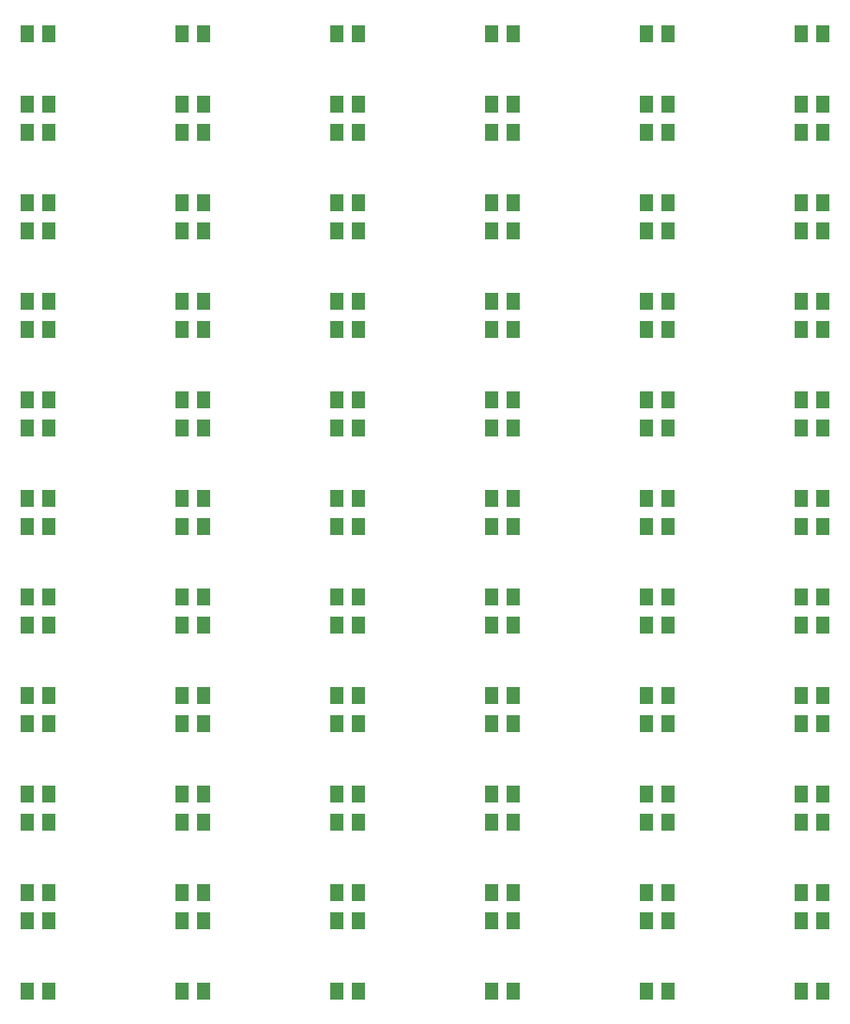
<source format=gbr>
%FSLAX34Y34*%
%MOMM*%
%LNSMDMASK_TOP*%
G71*
G01*
%ADD10R, 1.300X1.600*%
%LPD*%
X126950Y981075D02*
G54D10*
D03*
X107950Y981075D02*
G54D10*
D03*
X126950Y917575D02*
G54D10*
D03*
X107950Y917575D02*
G54D10*
D03*
X266650Y981075D02*
G54D10*
D03*
X247650Y981075D02*
G54D10*
D03*
X266650Y917575D02*
G54D10*
D03*
X247650Y917575D02*
G54D10*
D03*
X406350Y981075D02*
G54D10*
D03*
X387350Y981075D02*
G54D10*
D03*
X406350Y917575D02*
G54D10*
D03*
X387350Y917575D02*
G54D10*
D03*
X546050Y981075D02*
G54D10*
D03*
X527050Y981075D02*
G54D10*
D03*
X546050Y917575D02*
G54D10*
D03*
X527050Y917575D02*
G54D10*
D03*
X685750Y981075D02*
G54D10*
D03*
X666750Y981075D02*
G54D10*
D03*
X685750Y917575D02*
G54D10*
D03*
X666750Y917575D02*
G54D10*
D03*
X825450Y981075D02*
G54D10*
D03*
X806450Y981075D02*
G54D10*
D03*
X825450Y917575D02*
G54D10*
D03*
X806450Y917575D02*
G54D10*
D03*
X126950Y892175D02*
G54D10*
D03*
X107950Y892175D02*
G54D10*
D03*
X126950Y828675D02*
G54D10*
D03*
X107950Y828675D02*
G54D10*
D03*
X266650Y892175D02*
G54D10*
D03*
X247650Y892175D02*
G54D10*
D03*
X266650Y828675D02*
G54D10*
D03*
X247650Y828675D02*
G54D10*
D03*
X406350Y892175D02*
G54D10*
D03*
X387350Y892175D02*
G54D10*
D03*
X406350Y828675D02*
G54D10*
D03*
X387350Y828675D02*
G54D10*
D03*
X546050Y892175D02*
G54D10*
D03*
X527050Y892175D02*
G54D10*
D03*
X546050Y828675D02*
G54D10*
D03*
X527050Y828675D02*
G54D10*
D03*
X685750Y892175D02*
G54D10*
D03*
X666750Y892175D02*
G54D10*
D03*
X685750Y828675D02*
G54D10*
D03*
X666750Y828675D02*
G54D10*
D03*
X825450Y892175D02*
G54D10*
D03*
X806450Y892175D02*
G54D10*
D03*
X825450Y828675D02*
G54D10*
D03*
X806450Y828675D02*
G54D10*
D03*
X126950Y803275D02*
G54D10*
D03*
X107950Y803275D02*
G54D10*
D03*
X126950Y739775D02*
G54D10*
D03*
X107950Y739775D02*
G54D10*
D03*
X266650Y803275D02*
G54D10*
D03*
X247650Y803275D02*
G54D10*
D03*
X266650Y739775D02*
G54D10*
D03*
X247650Y739775D02*
G54D10*
D03*
X406350Y803275D02*
G54D10*
D03*
X387350Y803275D02*
G54D10*
D03*
X406350Y739775D02*
G54D10*
D03*
X387350Y739775D02*
G54D10*
D03*
X546050Y803275D02*
G54D10*
D03*
X527050Y803275D02*
G54D10*
D03*
X546050Y739775D02*
G54D10*
D03*
X527050Y739775D02*
G54D10*
D03*
X685750Y803275D02*
G54D10*
D03*
X666750Y803275D02*
G54D10*
D03*
X685750Y739775D02*
G54D10*
D03*
X666750Y739775D02*
G54D10*
D03*
X825450Y803275D02*
G54D10*
D03*
X806450Y803275D02*
G54D10*
D03*
X825450Y739775D02*
G54D10*
D03*
X806450Y739775D02*
G54D10*
D03*
X126950Y714375D02*
G54D10*
D03*
X107950Y714375D02*
G54D10*
D03*
X126950Y650875D02*
G54D10*
D03*
X107950Y650875D02*
G54D10*
D03*
X266650Y714375D02*
G54D10*
D03*
X247650Y714375D02*
G54D10*
D03*
X266650Y650875D02*
G54D10*
D03*
X247650Y650875D02*
G54D10*
D03*
X406350Y714375D02*
G54D10*
D03*
X387350Y714375D02*
G54D10*
D03*
X406350Y650875D02*
G54D10*
D03*
X387350Y650875D02*
G54D10*
D03*
X546050Y714375D02*
G54D10*
D03*
X527050Y714375D02*
G54D10*
D03*
X546050Y650875D02*
G54D10*
D03*
X527050Y650875D02*
G54D10*
D03*
X685750Y714375D02*
G54D10*
D03*
X666750Y714375D02*
G54D10*
D03*
X685750Y650875D02*
G54D10*
D03*
X666750Y650875D02*
G54D10*
D03*
X825450Y714375D02*
G54D10*
D03*
X806450Y714375D02*
G54D10*
D03*
X825450Y650875D02*
G54D10*
D03*
X806450Y650875D02*
G54D10*
D03*
X126950Y625475D02*
G54D10*
D03*
X107950Y625475D02*
G54D10*
D03*
X126950Y561975D02*
G54D10*
D03*
X107950Y561975D02*
G54D10*
D03*
X266650Y625475D02*
G54D10*
D03*
X247650Y625475D02*
G54D10*
D03*
X266650Y561975D02*
G54D10*
D03*
X247650Y561975D02*
G54D10*
D03*
X406350Y625475D02*
G54D10*
D03*
X387350Y625475D02*
G54D10*
D03*
X406350Y561975D02*
G54D10*
D03*
X387350Y561975D02*
G54D10*
D03*
X546050Y625475D02*
G54D10*
D03*
X527050Y625475D02*
G54D10*
D03*
X546050Y561975D02*
G54D10*
D03*
X527050Y561975D02*
G54D10*
D03*
X685750Y625475D02*
G54D10*
D03*
X666750Y625475D02*
G54D10*
D03*
X685750Y561975D02*
G54D10*
D03*
X666750Y561975D02*
G54D10*
D03*
X825450Y625475D02*
G54D10*
D03*
X806450Y625475D02*
G54D10*
D03*
X825450Y561975D02*
G54D10*
D03*
X806450Y561975D02*
G54D10*
D03*
X126950Y536575D02*
G54D10*
D03*
X107950Y536575D02*
G54D10*
D03*
X126950Y473075D02*
G54D10*
D03*
X107950Y473075D02*
G54D10*
D03*
X266650Y536575D02*
G54D10*
D03*
X247650Y536575D02*
G54D10*
D03*
X266650Y473075D02*
G54D10*
D03*
X247650Y473075D02*
G54D10*
D03*
X406350Y536575D02*
G54D10*
D03*
X387350Y536575D02*
G54D10*
D03*
X406350Y473075D02*
G54D10*
D03*
X387350Y473075D02*
G54D10*
D03*
X546050Y536575D02*
G54D10*
D03*
X527050Y536575D02*
G54D10*
D03*
X546050Y473075D02*
G54D10*
D03*
X527050Y473075D02*
G54D10*
D03*
X685750Y536575D02*
G54D10*
D03*
X666750Y536575D02*
G54D10*
D03*
X685750Y473075D02*
G54D10*
D03*
X666750Y473075D02*
G54D10*
D03*
X825450Y536575D02*
G54D10*
D03*
X806450Y536575D02*
G54D10*
D03*
X825450Y473075D02*
G54D10*
D03*
X806450Y473075D02*
G54D10*
D03*
X126950Y447675D02*
G54D10*
D03*
X107950Y447675D02*
G54D10*
D03*
X126950Y384175D02*
G54D10*
D03*
X107950Y384175D02*
G54D10*
D03*
X266650Y447675D02*
G54D10*
D03*
X247650Y447675D02*
G54D10*
D03*
X266650Y384175D02*
G54D10*
D03*
X247650Y384175D02*
G54D10*
D03*
X406350Y447675D02*
G54D10*
D03*
X387350Y447675D02*
G54D10*
D03*
X406350Y384175D02*
G54D10*
D03*
X387350Y384175D02*
G54D10*
D03*
X546050Y447675D02*
G54D10*
D03*
X527050Y447675D02*
G54D10*
D03*
X546050Y384175D02*
G54D10*
D03*
X527050Y384175D02*
G54D10*
D03*
X685750Y447675D02*
G54D10*
D03*
X666750Y447675D02*
G54D10*
D03*
X685750Y384175D02*
G54D10*
D03*
X666750Y384175D02*
G54D10*
D03*
X825450Y447675D02*
G54D10*
D03*
X806450Y447675D02*
G54D10*
D03*
X825450Y384175D02*
G54D10*
D03*
X806450Y384175D02*
G54D10*
D03*
X126950Y358775D02*
G54D10*
D03*
X107950Y358775D02*
G54D10*
D03*
X126950Y295275D02*
G54D10*
D03*
X107950Y295275D02*
G54D10*
D03*
X266650Y358775D02*
G54D10*
D03*
X247650Y358775D02*
G54D10*
D03*
X266650Y295275D02*
G54D10*
D03*
X247650Y295275D02*
G54D10*
D03*
X406350Y358775D02*
G54D10*
D03*
X387350Y358775D02*
G54D10*
D03*
X406350Y295275D02*
G54D10*
D03*
X387350Y295275D02*
G54D10*
D03*
X546050Y358775D02*
G54D10*
D03*
X527050Y358775D02*
G54D10*
D03*
X546050Y295275D02*
G54D10*
D03*
X527050Y295275D02*
G54D10*
D03*
X685750Y358775D02*
G54D10*
D03*
X666750Y358775D02*
G54D10*
D03*
X685750Y295275D02*
G54D10*
D03*
X666750Y295275D02*
G54D10*
D03*
X825450Y358775D02*
G54D10*
D03*
X806450Y358775D02*
G54D10*
D03*
X825450Y295275D02*
G54D10*
D03*
X806450Y295275D02*
G54D10*
D03*
X126950Y269875D02*
G54D10*
D03*
X107950Y269875D02*
G54D10*
D03*
X126950Y206375D02*
G54D10*
D03*
X107950Y206375D02*
G54D10*
D03*
X266650Y269875D02*
G54D10*
D03*
X247650Y269875D02*
G54D10*
D03*
X266650Y206375D02*
G54D10*
D03*
X247650Y206375D02*
G54D10*
D03*
X406350Y269875D02*
G54D10*
D03*
X387350Y269875D02*
G54D10*
D03*
X406350Y206375D02*
G54D10*
D03*
X387350Y206375D02*
G54D10*
D03*
X546050Y269875D02*
G54D10*
D03*
X527050Y269875D02*
G54D10*
D03*
X546050Y206375D02*
G54D10*
D03*
X527050Y206375D02*
G54D10*
D03*
X685750Y269875D02*
G54D10*
D03*
X666750Y269875D02*
G54D10*
D03*
X685750Y206375D02*
G54D10*
D03*
X666750Y206375D02*
G54D10*
D03*
X825450Y269875D02*
G54D10*
D03*
X806450Y269875D02*
G54D10*
D03*
X825450Y206375D02*
G54D10*
D03*
X806450Y206375D02*
G54D10*
D03*
X126950Y180975D02*
G54D10*
D03*
X107950Y180975D02*
G54D10*
D03*
X126950Y117475D02*
G54D10*
D03*
X107950Y117475D02*
G54D10*
D03*
X266650Y180975D02*
G54D10*
D03*
X247650Y180975D02*
G54D10*
D03*
X266650Y117475D02*
G54D10*
D03*
X247650Y117475D02*
G54D10*
D03*
X406350Y180975D02*
G54D10*
D03*
X387350Y180975D02*
G54D10*
D03*
X406350Y117475D02*
G54D10*
D03*
X387350Y117475D02*
G54D10*
D03*
X546050Y180975D02*
G54D10*
D03*
X527050Y180975D02*
G54D10*
D03*
X546050Y117475D02*
G54D10*
D03*
X527050Y117475D02*
G54D10*
D03*
X685750Y180975D02*
G54D10*
D03*
X666750Y180975D02*
G54D10*
D03*
X685750Y117475D02*
G54D10*
D03*
X666750Y117475D02*
G54D10*
D03*
X825450Y180975D02*
G54D10*
D03*
X806450Y180975D02*
G54D10*
D03*
X825450Y117475D02*
G54D10*
D03*
X806450Y117475D02*
G54D10*
D03*
M02*

</source>
